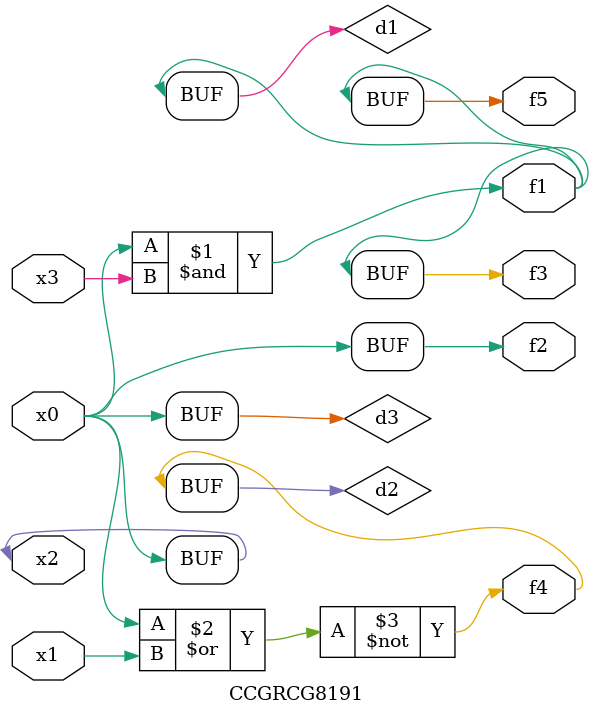
<source format=v>
module CCGRCG8191(
	input x0, x1, x2, x3,
	output f1, f2, f3, f4, f5
);

	wire d1, d2, d3;

	and (d1, x2, x3);
	nor (d2, x0, x1);
	buf (d3, x0, x2);
	assign f1 = d1;
	assign f2 = d3;
	assign f3 = d1;
	assign f4 = d2;
	assign f5 = d1;
endmodule

</source>
